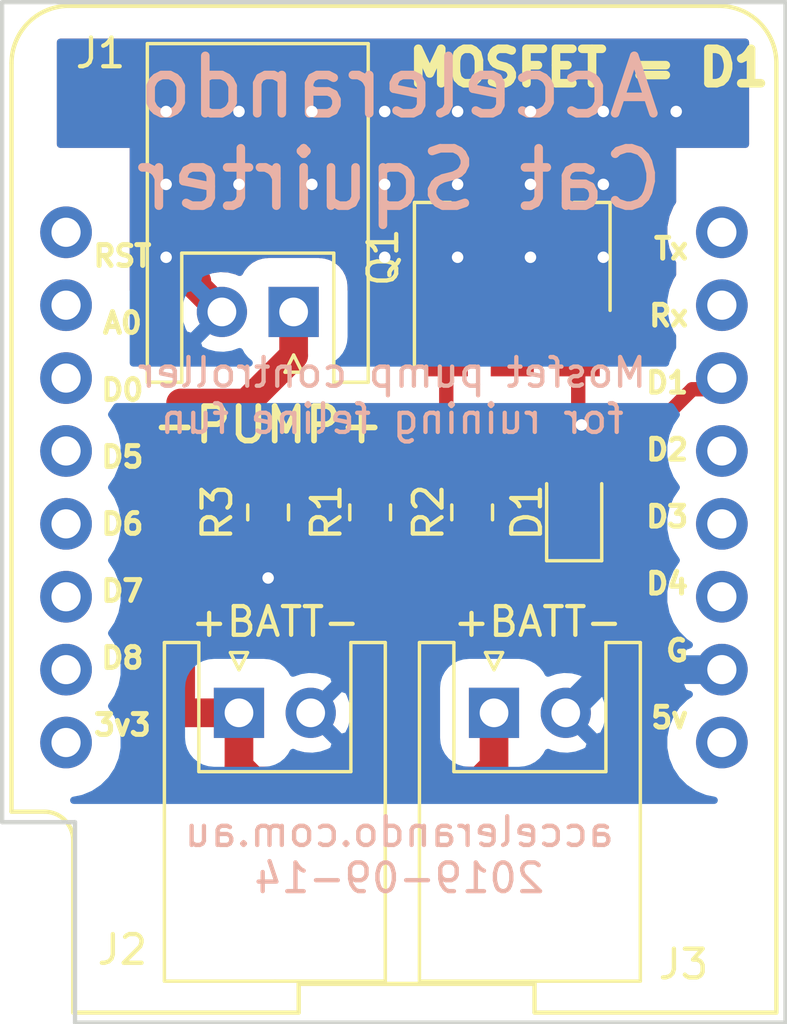
<source format=kicad_pcb>
(kicad_pcb (version 20171130) (host pcbnew "(5.1.4-0-10_14)")

  (general
    (thickness 1.6)
    (drawings 15)
    (tracks 63)
    (zones 0)
    (modules 9)
    (nets 7)
  )

  (page A4)
  (layers
    (0 F.Cu signal)
    (31 B.Cu signal)
    (32 B.Adhes user hide)
    (33 F.Adhes user hide)
    (34 B.Paste user hide)
    (35 F.Paste user hide)
    (36 B.SilkS user hide)
    (37 F.SilkS user)
    (38 B.Mask user hide)
    (39 F.Mask user hide)
    (40 Dwgs.User user hide)
    (41 Cmts.User user hide)
    (42 Eco1.User user hide)
    (43 Eco2.User user hide)
    (44 Edge.Cuts user)
    (45 Margin user)
    (46 B.CrtYd user hide)
    (47 F.CrtYd user hide)
    (48 B.Fab user hide)
    (49 F.Fab user hide)
  )

  (setup
    (last_trace_width 1)
    (user_trace_width 0.5)
    (trace_clearance 1)
    (zone_clearance 0.508)
    (zone_45_only no)
    (trace_min 0.2)
    (via_size 0.8)
    (via_drill 0.4)
    (via_min_size 0.4)
    (via_min_drill 0.3)
    (uvia_size 0.3)
    (uvia_drill 0.1)
    (uvias_allowed no)
    (uvia_min_size 0.2)
    (uvia_min_drill 0.1)
    (edge_width 0.15)
    (segment_width 0.2)
    (pcb_text_width 0.3)
    (pcb_text_size 1.5 1.5)
    (mod_edge_width 0.15)
    (mod_text_size 1 1)
    (mod_text_width 0.15)
    (pad_size 1.75 1.75)
    (pad_drill 1)
    (pad_to_mask_clearance 0.2)
    (solder_mask_min_width 0.25)
    (aux_axis_origin 0 0)
    (visible_elements FFFFFF7F)
    (pcbplotparams
      (layerselection 0x01000_fffffffe)
      (usegerberextensions false)
      (usegerberattributes false)
      (usegerberadvancedattributes false)
      (creategerberjobfile false)
      (excludeedgelayer true)
      (linewidth 0.100000)
      (plotframeref false)
      (viasonmask false)
      (mode 1)
      (useauxorigin false)
      (hpglpennumber 1)
      (hpglpenspeed 20)
      (hpglpendiameter 15.000000)
      (psnegative false)
      (psa4output false)
      (plotreference true)
      (plotvalue true)
      (plotinvisibletext false)
      (padsonsilk false)
      (subtractmaskfromsilk false)
      (outputformat 1)
      (mirror false)
      (drillshape 0)
      (scaleselection 1)
      (outputdirectory "gerbers"))
  )

  (net 0 "")
  (net 1 GND)
  (net 2 /DRAIN)
  (net 3 /BATT+)
  (net 4 /D1)
  (net 5 "Net-(D1-Pad1)")
  (net 6 /GATE)

  (net_class Default "This is the default net class."
    (clearance 1)
    (trace_width 1)
    (via_dia 0.8)
    (via_drill 0.4)
    (uvia_dia 0.3)
    (uvia_drill 0.1)
    (add_net /BATT+)
    (add_net /D1)
    (add_net /DRAIN)
    (add_net /GATE)
    (add_net GND)
    (add_net "Net-(D1-Pad1)")
    (add_net "Net-(U1-Pad1)")
    (add_net "Net-(U1-Pad10)")
    (add_net "Net-(U1-Pad11)")
    (add_net "Net-(U1-Pad12)")
    (add_net "Net-(U1-Pad13)")
    (add_net "Net-(U1-Pad14)")
    (add_net "Net-(U1-Pad15)")
    (add_net "Net-(U1-Pad16)")
    (add_net "Net-(U1-Pad3)")
    (add_net "Net-(U1-Pad4)")
    (add_net "Net-(U1-Pad5)")
    (add_net "Net-(U1-Pad7)")
    (add_net "Net-(U1-Pad8)")
    (add_net "Net-(U1-Pad9)")
  )

  (module Resistor_SMD:R_0805_2012Metric (layer F.Cu) (tedit 5B36C52B) (tstamp 5D7CD66C)
    (at 140.208 110.49 270)
    (descr "Resistor SMD 0805 (2012 Metric), square (rectangular) end terminal, IPC_7351 nominal, (Body size source: https://docs.google.com/spreadsheets/d/1BsfQQcO9C6DZCsRaXUlFlo91Tg2WpOkGARC1WS5S8t0/edit?usp=sharing), generated with kicad-footprint-generator")
    (tags resistor)
    (path /5DB78C00)
    (attr smd)
    (fp_text reference R2 (at 0 1.524 90) (layer F.SilkS)
      (effects (font (size 1 1) (thickness 0.15)))
    )
    (fp_text value 220R (at 0 1.65 90) (layer F.Fab)
      (effects (font (size 1 1) (thickness 0.15)))
    )
    (fp_text user %R (at 0 0 90) (layer F.Fab)
      (effects (font (size 0.5 0.5) (thickness 0.08)))
    )
    (fp_line (start 1.68 0.95) (end -1.68 0.95) (layer F.CrtYd) (width 0.05))
    (fp_line (start 1.68 -0.95) (end 1.68 0.95) (layer F.CrtYd) (width 0.05))
    (fp_line (start -1.68 -0.95) (end 1.68 -0.95) (layer F.CrtYd) (width 0.05))
    (fp_line (start -1.68 0.95) (end -1.68 -0.95) (layer F.CrtYd) (width 0.05))
    (fp_line (start -0.258578 0.71) (end 0.258578 0.71) (layer F.SilkS) (width 0.12))
    (fp_line (start -0.258578 -0.71) (end 0.258578 -0.71) (layer F.SilkS) (width 0.12))
    (fp_line (start 1 0.6) (end -1 0.6) (layer F.Fab) (width 0.1))
    (fp_line (start 1 -0.6) (end 1 0.6) (layer F.Fab) (width 0.1))
    (fp_line (start -1 -0.6) (end 1 -0.6) (layer F.Fab) (width 0.1))
    (fp_line (start -1 0.6) (end -1 -0.6) (layer F.Fab) (width 0.1))
    (pad 2 smd roundrect (at 0.9375 0 270) (size 0.975 1.4) (layers F.Cu F.Paste F.Mask) (roundrect_rratio 0.25)
      (net 5 "Net-(D1-Pad1)"))
    (pad 1 smd roundrect (at -0.9375 0 270) (size 0.975 1.4) (layers F.Cu F.Paste F.Mask) (roundrect_rratio 0.25)
      (net 1 GND))
    (model ${KISYS3DMOD}/Resistor_SMD.3dshapes/R_0805_2012Metric.wrl
      (at (xyz 0 0 0))
      (scale (xyz 1 1 1))
      (rotate (xyz 0 0 0))
    )
  )

  (module TO_SOT_Packages_SMD:SOT-223 (layer F.Cu) (tedit 5D7C5FDD) (tstamp 5D74C0DC)
    (at 141.605 101.6 90)
    (descr "module CMS SOT223 4 pins")
    (tags "CMS SOT")
    (path /5D74E2AF)
    (attr smd)
    (fp_text reference Q1 (at 0 -4.5 270) (layer F.SilkS)
      (effects (font (size 1 1) (thickness 0.15)))
    )
    (fp_text value LL014N (at 0 4.5 270) (layer F.Fab)
      (effects (font (size 1 1) (thickness 0.15)))
    )
    (fp_line (start 1.85 -3.35) (end 1.85 3.35) (layer F.Fab) (width 0.1))
    (fp_line (start -1.85 3.35) (end 1.85 3.35) (layer F.Fab) (width 0.1))
    (fp_line (start -4.1 -3.41) (end 1.91 -3.41) (layer F.SilkS) (width 0.12))
    (fp_line (start -0.8 -3.35) (end 1.85 -3.35) (layer F.Fab) (width 0.1))
    (fp_line (start -1.85 3.41) (end 1.91 3.41) (layer F.SilkS) (width 0.12))
    (fp_line (start -1.85 -2.3) (end -1.85 3.35) (layer F.Fab) (width 0.1))
    (fp_line (start -4.4 -3.6) (end -4.4 3.6) (layer F.CrtYd) (width 0.05))
    (fp_line (start -4.4 3.6) (end 4.4 3.6) (layer F.CrtYd) (width 0.05))
    (fp_line (start 4.4 3.6) (end 4.4 -3.6) (layer F.CrtYd) (width 0.05))
    (fp_line (start 4.4 -3.6) (end -4.4 -3.6) (layer F.CrtYd) (width 0.05))
    (fp_line (start 1.91 -3.41) (end 1.91 -2.15) (layer F.SilkS) (width 0.12))
    (fp_line (start 1.91 3.41) (end 1.91 2.15) (layer F.SilkS) (width 0.12))
    (fp_line (start -1.85 -2.3) (end -0.8 -3.35) (layer F.Fab) (width 0.1))
    (fp_text user %R (at 0 0) (layer F.Fab)
      (effects (font (size 0.8 0.8) (thickness 0.12)))
    )
    (pad 1 smd rect (at -3.15 -2.3 90) (size 2 1.5) (layers F.Cu F.Paste F.Mask)
      (net 6 /GATE))
    (pad 3 smd rect (at -3.15 2.3 90) (size 2 1.5) (layers F.Cu F.Paste F.Mask)
      (net 1 GND))
    (pad 2 smd rect (at -3.15 0 90) (size 2 1.5) (layers F.Cu F.Paste F.Mask)
      (net 2 /DRAIN))
    (pad 4 smd rect (at 3.15 0 90) (size 2 3.8) (layers F.Cu F.Paste F.Mask)
      (net 2 /DRAIN))
    (model ${KISYS3DMOD}/TO_SOT_Packages_SMD.3dshapes/SOT-223.wrl
      (at (xyz 0 0 0))
      (scale (xyz 1 1 1))
      (rotate (xyz 0 0 0))
    )
  )

  (module Connectors_JST:JST_XH_S02B-XH-A_02x2.50mm_Angled (layer F.Cu) (tedit 5D7C634D) (tstamp 5D74CE34)
    (at 133.985 103.505 180)
    (descr "JST XH series connector, S02B-XH-A, side entry type, through hole")
    (tags "connector jst xh tht side horizontal angled 2.50mm")
    (path /5D74E6E7)
    (fp_text reference J1 (at 6.731 9.017) (layer F.SilkS)
      (effects (font (size 1 1) (thickness 0.15)))
    )
    (fp_text value Pump (at 1.25 10.3) (layer F.Fab)
      (effects (font (size 1 1) (thickness 0.15)))
    )
    (fp_text user %R (at 1.25 2.25) (layer F.Fab)
      (effects (font (size 1 1) (thickness 0.15)))
    )
    (fp_line (start 0.3 -2.1) (end 0 -1.5) (layer F.Fab) (width 0.1))
    (fp_line (start -0.3 -2.1) (end 0.3 -2.1) (layer F.Fab) (width 0.1))
    (fp_line (start 0 -1.5) (end -0.3 -2.1) (layer F.Fab) (width 0.1))
    (fp_line (start 0.3 -2.1) (end 0 -1.5) (layer F.SilkS) (width 0.12))
    (fp_line (start -0.3 -2.1) (end 0.3 -2.1) (layer F.SilkS) (width 0.12))
    (fp_line (start 0 -1.5) (end -0.3 -2.1) (layer F.SilkS) (width 0.12))
    (fp_line (start 2.75 3.45) (end 2.25 3.45) (layer F.Fab) (width 0.1))
    (fp_line (start 2.75 8.7) (end 2.75 3.45) (layer F.Fab) (width 0.1))
    (fp_line (start 2.25 8.7) (end 2.75 8.7) (layer F.Fab) (width 0.1))
    (fp_line (start 2.25 3.45) (end 2.25 8.7) (layer F.Fab) (width 0.1))
    (fp_line (start 0.25 3.45) (end -0.25 3.45) (layer F.Fab) (width 0.1))
    (fp_line (start 0.25 8.7) (end 0.25 3.45) (layer F.Fab) (width 0.1))
    (fp_line (start -0.25 8.7) (end 0.25 8.7) (layer F.Fab) (width 0.1))
    (fp_line (start -0.25 3.45) (end -0.25 8.7) (layer F.Fab) (width 0.1))
    (fp_line (start 3.9 2.05) (end 1.25 2.05) (layer F.SilkS) (width 0.12))
    (fp_line (start 3.9 -2.45) (end 3.9 2.05) (layer F.SilkS) (width 0.12))
    (fp_line (start 5.1 -2.45) (end 3.9 -2.45) (layer F.SilkS) (width 0.12))
    (fp_line (start 5.1 9.35) (end 5.1 -2.45) (layer F.SilkS) (width 0.12))
    (fp_line (start 1.25 9.35) (end 5.1 9.35) (layer F.SilkS) (width 0.12))
    (fp_line (start -1.4 2.05) (end 1.25 2.05) (layer F.SilkS) (width 0.12))
    (fp_line (start -1.4 -2.45) (end -1.4 2.05) (layer F.SilkS) (width 0.12))
    (fp_line (start -2.6 -2.45) (end -1.4 -2.45) (layer F.SilkS) (width 0.12))
    (fp_line (start -2.6 9.35) (end -2.6 -2.45) (layer F.SilkS) (width 0.12))
    (fp_line (start 1.25 9.35) (end -2.6 9.35) (layer F.SilkS) (width 0.12))
    (fp_line (start 5.45 -2.8) (end -2.95 -2.8) (layer F.CrtYd) (width 0.05))
    (fp_line (start 5.45 9.7) (end 5.45 -2.8) (layer F.CrtYd) (width 0.05))
    (fp_line (start -2.95 9.7) (end 5.45 9.7) (layer F.CrtYd) (width 0.05))
    (fp_line (start -2.95 -2.8) (end -2.95 9.7) (layer F.CrtYd) (width 0.05))
    (fp_line (start 4.95 -2.3) (end -2.45 -2.3) (layer F.Fab) (width 0.1))
    (fp_line (start 4.95 9.2) (end 4.95 -2.3) (layer F.Fab) (width 0.1))
    (fp_line (start -2.45 9.2) (end 4.95 9.2) (layer F.Fab) (width 0.1))
    (fp_line (start -2.45 -2.3) (end -2.45 9.2) (layer F.Fab) (width 0.1))
    (pad 2 thru_hole circle (at 2.5 0 180) (size 1.75 1.75) (drill 1) (layers *.Cu *.Mask)
      (net 2 /DRAIN))
    (pad 1 thru_hole rect (at 0 0 180) (size 1.75 1.75) (drill 1) (layers *.Cu *.Mask)
      (net 3 /BATT+))
    (model Connectors_JST.3dshapes/JST_XH_S02B-XH-A_02x2.50mm_Angled.wrl
      (at (xyz 0 0 0))
      (scale (xyz 1 1 1))
      (rotate (xyz 0 0 0))
    )
  )

  (module Connectors_JST:JST_XH_S02B-XH-A_02x2.50mm_Angled (layer F.Cu) (tedit 5D7C6367) (tstamp 5D74C0C6)
    (at 140.97 117.475)
    (descr "JST XH series connector, S02B-XH-A, side entry type, through hole")
    (tags "connector jst xh tht side horizontal angled 2.50mm")
    (path /5D74E57B)
    (fp_text reference J3 (at 6.604 8.763) (layer F.SilkS)
      (effects (font (size 1 1) (thickness 0.15)))
    )
    (fp_text value "Batt Out" (at 1.25 10.3) (layer F.Fab)
      (effects (font (size 1 1) (thickness 0.15)))
    )
    (fp_line (start -2.45 -2.3) (end -2.45 9.2) (layer F.Fab) (width 0.1))
    (fp_line (start -2.45 9.2) (end 4.95 9.2) (layer F.Fab) (width 0.1))
    (fp_line (start 4.95 9.2) (end 4.95 -2.3) (layer F.Fab) (width 0.1))
    (fp_line (start 4.95 -2.3) (end -2.45 -2.3) (layer F.Fab) (width 0.1))
    (fp_line (start -2.95 -2.8) (end -2.95 9.7) (layer F.CrtYd) (width 0.05))
    (fp_line (start -2.95 9.7) (end 5.45 9.7) (layer F.CrtYd) (width 0.05))
    (fp_line (start 5.45 9.7) (end 5.45 -2.8) (layer F.CrtYd) (width 0.05))
    (fp_line (start 5.45 -2.8) (end -2.95 -2.8) (layer F.CrtYd) (width 0.05))
    (fp_line (start 1.25 9.35) (end -2.6 9.35) (layer F.SilkS) (width 0.12))
    (fp_line (start -2.6 9.35) (end -2.6 -2.45) (layer F.SilkS) (width 0.12))
    (fp_line (start -2.6 -2.45) (end -1.4 -2.45) (layer F.SilkS) (width 0.12))
    (fp_line (start -1.4 -2.45) (end -1.4 2.05) (layer F.SilkS) (width 0.12))
    (fp_line (start -1.4 2.05) (end 1.25 2.05) (layer F.SilkS) (width 0.12))
    (fp_line (start 1.25 9.35) (end 5.1 9.35) (layer F.SilkS) (width 0.12))
    (fp_line (start 5.1 9.35) (end 5.1 -2.45) (layer F.SilkS) (width 0.12))
    (fp_line (start 5.1 -2.45) (end 3.9 -2.45) (layer F.SilkS) (width 0.12))
    (fp_line (start 3.9 -2.45) (end 3.9 2.05) (layer F.SilkS) (width 0.12))
    (fp_line (start 3.9 2.05) (end 1.25 2.05) (layer F.SilkS) (width 0.12))
    (fp_line (start -0.25 3.45) (end -0.25 8.7) (layer F.Fab) (width 0.1))
    (fp_line (start -0.25 8.7) (end 0.25 8.7) (layer F.Fab) (width 0.1))
    (fp_line (start 0.25 8.7) (end 0.25 3.45) (layer F.Fab) (width 0.1))
    (fp_line (start 0.25 3.45) (end -0.25 3.45) (layer F.Fab) (width 0.1))
    (fp_line (start 2.25 3.45) (end 2.25 8.7) (layer F.Fab) (width 0.1))
    (fp_line (start 2.25 8.7) (end 2.75 8.7) (layer F.Fab) (width 0.1))
    (fp_line (start 2.75 8.7) (end 2.75 3.45) (layer F.Fab) (width 0.1))
    (fp_line (start 2.75 3.45) (end 2.25 3.45) (layer F.Fab) (width 0.1))
    (fp_line (start 0 -1.5) (end -0.3 -2.1) (layer F.SilkS) (width 0.12))
    (fp_line (start -0.3 -2.1) (end 0.3 -2.1) (layer F.SilkS) (width 0.12))
    (fp_line (start 0.3 -2.1) (end 0 -1.5) (layer F.SilkS) (width 0.12))
    (fp_line (start 0 -1.5) (end -0.3 -2.1) (layer F.Fab) (width 0.1))
    (fp_line (start -0.3 -2.1) (end 0.3 -2.1) (layer F.Fab) (width 0.1))
    (fp_line (start 0.3 -2.1) (end 0 -1.5) (layer F.Fab) (width 0.1))
    (fp_text user %R (at 1.25 2.25) (layer F.Fab)
      (effects (font (size 1 1) (thickness 0.15)))
    )
    (pad 1 thru_hole rect (at 0 0) (size 1.75 1.75) (drill 1) (layers *.Cu *.Mask)
      (net 3 /BATT+))
    (pad 2 thru_hole circle (at 2.5 0) (size 1.75 1.75) (drill 1) (layers *.Cu *.Mask)
      (net 1 GND))
    (model Connectors_JST.3dshapes/JST_XH_S02B-XH-A_02x2.50mm_Angled.wrl
      (at (xyz 0 0 0))
      (scale (xyz 1 1 1))
      (rotate (xyz 0 0 0))
    )
  )

  (module Resistor_SMD:R_0805_2012Metric (layer F.Cu) (tedit 5B36C52B) (tstamp 5D7CA4CD)
    (at 133.096 110.49 270)
    (descr "Resistor SMD 0805 (2012 Metric), square (rectangular) end terminal, IPC_7351 nominal, (Body size source: https://docs.google.com/spreadsheets/d/1BsfQQcO9C6DZCsRaXUlFlo91Tg2WpOkGARC1WS5S8t0/edit?usp=sharing), generated with kicad-footprint-generator")
    (tags resistor)
    (path /5D751BFC)
    (attr smd)
    (fp_text reference R3 (at 0 1.778 90) (layer F.SilkS)
      (effects (font (size 1 1) (thickness 0.15)))
    )
    (fp_text value 10k (at 0 1.65 90) (layer F.Fab)
      (effects (font (size 1 1) (thickness 0.15)))
    )
    (fp_text user %R (at 0 0 90) (layer F.Fab)
      (effects (font (size 0.5 0.5) (thickness 0.08)))
    )
    (fp_line (start 1.68 0.95) (end -1.68 0.95) (layer F.CrtYd) (width 0.05))
    (fp_line (start 1.68 -0.95) (end 1.68 0.95) (layer F.CrtYd) (width 0.05))
    (fp_line (start -1.68 -0.95) (end 1.68 -0.95) (layer F.CrtYd) (width 0.05))
    (fp_line (start -1.68 0.95) (end -1.68 -0.95) (layer F.CrtYd) (width 0.05))
    (fp_line (start -0.258578 0.71) (end 0.258578 0.71) (layer F.SilkS) (width 0.12))
    (fp_line (start -0.258578 -0.71) (end 0.258578 -0.71) (layer F.SilkS) (width 0.12))
    (fp_line (start 1 0.6) (end -1 0.6) (layer F.Fab) (width 0.1))
    (fp_line (start 1 -0.6) (end 1 0.6) (layer F.Fab) (width 0.1))
    (fp_line (start -1 -0.6) (end 1 -0.6) (layer F.Fab) (width 0.1))
    (fp_line (start -1 0.6) (end -1 -0.6) (layer F.Fab) (width 0.1))
    (pad 2 smd roundrect (at 0.9375 0 270) (size 0.975 1.4) (layers F.Cu F.Paste F.Mask) (roundrect_rratio 0.25)
      (net 1 GND))
    (pad 1 smd roundrect (at -0.9375 0 270) (size 0.975 1.4) (layers F.Cu F.Paste F.Mask) (roundrect_rratio 0.25)
      (net 6 /GATE))
    (model ${KISYS3DMOD}/Resistor_SMD.3dshapes/R_0805_2012Metric.wrl
      (at (xyz 0 0 0))
      (scale (xyz 1 1 1))
      (rotate (xyz 0 0 0))
    )
  )

  (module Resistor_SMD:R_0805_2012Metric (layer F.Cu) (tedit 5B36C52B) (tstamp 5D7CA98C)
    (at 136.652 110.49 270)
    (descr "Resistor SMD 0805 (2012 Metric), square (rectangular) end terminal, IPC_7351 nominal, (Body size source: https://docs.google.com/spreadsheets/d/1BsfQQcO9C6DZCsRaXUlFlo91Tg2WpOkGARC1WS5S8t0/edit?usp=sharing), generated with kicad-footprint-generator")
    (tags resistor)
    (path /5DB71BC0)
    (attr smd)
    (fp_text reference R1 (at 0 1.524 90) (layer F.SilkS)
      (effects (font (size 1 1) (thickness 0.15)))
    )
    (fp_text value 1k (at 0 1.65 90) (layer F.Fab)
      (effects (font (size 1 1) (thickness 0.15)))
    )
    (fp_text user %R (at 0 0 90) (layer F.Fab)
      (effects (font (size 0.5 0.5) (thickness 0.08)))
    )
    (fp_line (start 1.68 0.95) (end -1.68 0.95) (layer F.CrtYd) (width 0.05))
    (fp_line (start 1.68 -0.95) (end 1.68 0.95) (layer F.CrtYd) (width 0.05))
    (fp_line (start -1.68 -0.95) (end 1.68 -0.95) (layer F.CrtYd) (width 0.05))
    (fp_line (start -1.68 0.95) (end -1.68 -0.95) (layer F.CrtYd) (width 0.05))
    (fp_line (start -0.258578 0.71) (end 0.258578 0.71) (layer F.SilkS) (width 0.12))
    (fp_line (start -0.258578 -0.71) (end 0.258578 -0.71) (layer F.SilkS) (width 0.12))
    (fp_line (start 1 0.6) (end -1 0.6) (layer F.Fab) (width 0.1))
    (fp_line (start 1 -0.6) (end 1 0.6) (layer F.Fab) (width 0.1))
    (fp_line (start -1 -0.6) (end 1 -0.6) (layer F.Fab) (width 0.1))
    (fp_line (start -1 0.6) (end -1 -0.6) (layer F.Fab) (width 0.1))
    (pad 2 smd roundrect (at 0.9375 0 270) (size 0.975 1.4) (layers F.Cu F.Paste F.Mask) (roundrect_rratio 0.25)
      (net 4 /D1))
    (pad 1 smd roundrect (at -0.9375 0 270) (size 0.975 1.4) (layers F.Cu F.Paste F.Mask) (roundrect_rratio 0.25)
      (net 6 /GATE))
    (model ${KISYS3DMOD}/Resistor_SMD.3dshapes/R_0805_2012Metric.wrl
      (at (xyz 0 0 0))
      (scale (xyz 1 1 1))
      (rotate (xyz 0 0 0))
    )
  )

  (module LED_SMD:LED_0805_2012Metric (layer F.Cu) (tedit 5B36C52C) (tstamp 5D7CA3D9)
    (at 143.764 110.49 90)
    (descr "LED SMD 0805 (2012 Metric), square (rectangular) end terminal, IPC_7351 nominal, (Body size source: https://docs.google.com/spreadsheets/d/1BsfQQcO9C6DZCsRaXUlFlo91Tg2WpOkGARC1WS5S8t0/edit?usp=sharing), generated with kicad-footprint-generator")
    (tags diode)
    (path /5DB733E6)
    (attr smd)
    (fp_text reference D1 (at 0 -1.65 90) (layer F.SilkS)
      (effects (font (size 1 1) (thickness 0.15)))
    )
    (fp_text value LED_Small (at 0 1.65 90) (layer F.Fab)
      (effects (font (size 1 1) (thickness 0.15)))
    )
    (fp_text user %R (at 0 0 90) (layer F.Fab)
      (effects (font (size 0.5 0.5) (thickness 0.08)))
    )
    (fp_line (start 1.68 0.95) (end -1.68 0.95) (layer F.CrtYd) (width 0.05))
    (fp_line (start 1.68 -0.95) (end 1.68 0.95) (layer F.CrtYd) (width 0.05))
    (fp_line (start -1.68 -0.95) (end 1.68 -0.95) (layer F.CrtYd) (width 0.05))
    (fp_line (start -1.68 0.95) (end -1.68 -0.95) (layer F.CrtYd) (width 0.05))
    (fp_line (start -1.685 0.96) (end 1 0.96) (layer F.SilkS) (width 0.12))
    (fp_line (start -1.685 -0.96) (end -1.685 0.96) (layer F.SilkS) (width 0.12))
    (fp_line (start 1 -0.96) (end -1.685 -0.96) (layer F.SilkS) (width 0.12))
    (fp_line (start 1 0.6) (end 1 -0.6) (layer F.Fab) (width 0.1))
    (fp_line (start -1 0.6) (end 1 0.6) (layer F.Fab) (width 0.1))
    (fp_line (start -1 -0.3) (end -1 0.6) (layer F.Fab) (width 0.1))
    (fp_line (start -0.7 -0.6) (end -1 -0.3) (layer F.Fab) (width 0.1))
    (fp_line (start 1 -0.6) (end -0.7 -0.6) (layer F.Fab) (width 0.1))
    (pad 2 smd roundrect (at 0.9375 0 90) (size 0.975 1.4) (layers F.Cu F.Paste F.Mask) (roundrect_rratio 0.25)
      (net 4 /D1))
    (pad 1 smd roundrect (at -0.9375 0 90) (size 0.975 1.4) (layers F.Cu F.Paste F.Mask) (roundrect_rratio 0.25)
      (net 5 "Net-(D1-Pad1)"))
    (model ${KISYS3DMOD}/LED_SMD.3dshapes/LED_0805_2012Metric.wrl
      (at (xyz 0 0 0))
      (scale (xyz 1 1 1))
      (rotate (xyz 0 0 0))
    )
  )

  (module wemos:wemos-d1-mini-connectors-only (layer F.Cu) (tedit 58B56BF5) (tstamp 5D74C118)
    (at 137.481805 109.619629 90)
    (path /5B792A1C)
    (fp_text reference U1 (at -19.3 0 180) (layer F.SilkS) hide
      (effects (font (size 1 1) (thickness 0.15)))
    )
    (fp_text value WeMos_mini (at 0 0 90) (layer F.Fab)
      (effects (font (size 1 1) (thickness 0.15)))
    )
    (fp_line (start -18.3 13.33) (end 14.78 13.33) (layer F.SilkS) (width 0.15))
    (fp_line (start 16.78 11.33) (end 16.78 -11.33) (layer F.SilkS) (width 0.15))
    (fp_line (start 14.78 -13.33) (end -11.3 -13.33) (layer F.SilkS) (width 0.15))
    (fp_line (start -18.3 -11.18) (end -18.3 -3.32) (layer F.SilkS) (width 0.15))
    (fp_line (start -18.3 -3.32) (end -17.3 -3.32) (layer F.SilkS) (width 0.15))
    (fp_line (start -17.3 -3.32) (end -17.3 4.9) (layer F.SilkS) (width 0.15))
    (fp_line (start -17.3 4.9) (end -18.3 4.9) (layer F.SilkS) (width 0.15))
    (fp_line (start -18.3 4.9) (end -18.3 13.329999) (layer F.SilkS) (width 0.15))
    (fp_line (start -11.48 -13.5) (end 14.85 -13.5) (layer F.CrtYd) (width 0.05))
    (fp_line (start 16.94 -11.5) (end 16.94 11.5) (layer F.CrtYd) (width 0.05))
    (fp_line (start 14.94 13.5) (end -18.46 13.5) (layer F.CrtYd) (width 0.05))
    (fp_line (start -18.46 13.5) (end -18.46 -11.33) (layer F.CrtYd) (width 0.05))
    (fp_arc (start 14.78 -11.33) (end 14.78 -13.33) (angle 90) (layer F.SilkS) (width 0.15))
    (fp_arc (start 14.78 11.33) (end 16.78 11.33) (angle 90) (layer F.SilkS) (width 0.15))
    (fp_arc (start 14.94 11.5) (end 16.94 11.5) (angle 90) (layer F.CrtYd) (width 0.05))
    (fp_arc (start 14.94 -11.5) (end 14.85 -13.5) (angle 92.57657183) (layer F.CrtYd) (width 0.05))
    (fp_line (start -18.3 -11.18) (end -12.3 -11.18) (layer F.SilkS) (width 0.15))
    (fp_arc (start -12.3 -12.18) (end -11.3 -12.18) (angle 90) (layer F.SilkS) (width 0.15))
    (fp_line (start -11.3 -12.17) (end -11.3 -13.33) (layer F.SilkS) (width 0.15))
    (fp_line (start -11.3 -13.33) (end -11.3 -13.33) (layer F.SilkS) (width 0.15))
    (fp_line (start -11.48 -13.5) (end -11.48 -12.33) (layer F.CrtYd) (width 0.05))
    (fp_line (start -18.46 -11.33) (end -12.48 -11.33) (layer F.CrtYd) (width 0.05))
    (fp_arc (start -12.48 -12.33) (end -11.48 -12.33) (angle 90) (layer F.CrtYd) (width 0.05))
    (pad 16 thru_hole circle (at -8.89 -11.43 90) (size 1.8 1.8) (drill 1.016) (layers *.Cu *.Mask))
    (pad 1 thru_hole circle (at -8.89 11.43 90) (size 1.8 1.8) (drill 1.016) (layers *.Cu *.Mask))
    (pad 15 thru_hole circle (at -6.35 -11.43 90) (size 1.8 1.8) (drill 1.016) (layers *.Cu *.Mask))
    (pad 2 thru_hole circle (at -6.35 11.43 90) (size 1.8 1.8) (drill 1.016) (layers *.Cu *.Mask)
      (net 1 GND))
    (pad 14 thru_hole circle (at -3.81 -11.43 90) (size 1.8 1.8) (drill 1.016) (layers *.Cu *.Mask))
    (pad 3 thru_hole circle (at -3.81 11.43 90) (size 1.8 1.8) (drill 1.016) (layers *.Cu *.Mask))
    (pad 13 thru_hole circle (at -1.27 -11.43 90) (size 1.8 1.8) (drill 1.016) (layers *.Cu *.Mask))
    (pad 4 thru_hole circle (at -1.27 11.43 90) (size 1.8 1.8) (drill 1.016) (layers *.Cu *.Mask))
    (pad 12 thru_hole circle (at 1.27 -11.43 90) (size 1.8 1.8) (drill 1.016) (layers *.Cu *.Mask))
    (pad 5 thru_hole circle (at 1.27 11.43 90) (size 1.8 1.8) (drill 1.016) (layers *.Cu *.Mask))
    (pad 11 thru_hole circle (at 3.81 -11.43 90) (size 1.8 1.8) (drill 1.016) (layers *.Cu *.Mask))
    (pad 6 thru_hole circle (at 3.81 11.43 90) (size 1.8 1.8) (drill 1.016) (layers *.Cu *.Mask)
      (net 4 /D1))
    (pad 10 thru_hole circle (at 6.35 -11.43 90) (size 1.8 1.8) (drill 1.016) (layers *.Cu *.Mask))
    (pad 7 thru_hole circle (at 6.35 11.43 90) (size 1.8 1.8) (drill 1.016) (layers *.Cu *.Mask))
    (pad 9 thru_hole circle (at 8.89 -11.43 90) (size 1.8 1.8) (drill 1.016) (layers *.Cu *.Mask))
    (pad 8 thru_hole circle (at 8.89 11.43 90) (size 1.8 1.8) (drill 1.016) (layers *.Cu *.Mask))
    (model ${KIPRJMOD}/3dshapes/wemos_d1_mini.3dshapes/SLW-108-01-G-S.wrl
      (offset (xyz 0 -11.39999982878918 0))
      (scale (xyz 0.3937 0.3937 0.3937))
      (rotate (xyz -90 0 0))
    )
    (model ${KIPRJMOD}/3dshapes/wemos_d1_mini.3dshapes/SLW-108-01-G-S.wrl
      (offset (xyz 0 11.39999982878918 0))
      (scale (xyz 0.3937 0.3937 0.3937))
      (rotate (xyz -90 0 0))
    )
    (model ${KIPRJMOD}/3dshapes/wemos_d1_mini.3dshapes/TSW-108-05-G-S.wrl
      (offset (xyz 0 -11.39999982878918 7.299999890364999))
      (scale (xyz 0.3937 0.3937 0.3937))
      (rotate (xyz 90 0 0))
    )
    (model ${KIPRJMOD}/3dshapes/wemos_d1_mini.3dshapes/TSW-108-05-G-S.wrl
      (offset (xyz 0 11.39999982878918 7.299999890364999))
      (scale (xyz 0.3937 0.3937 0.3937))
      (rotate (xyz 90 0 0))
    )
  )

  (module Connectors_JST:JST_XH_S02B-XH-A_02x2.50mm_Angled (layer F.Cu) (tedit 5D7C6359) (tstamp 5D74D202)
    (at 132.08 117.475)
    (descr "JST XH series connector, S02B-XH-A, side entry type, through hole")
    (tags "connector jst xh tht side horizontal angled 2.50mm")
    (path /5D74E450)
    (fp_text reference J2 (at -4.064 8.255 180) (layer F.SilkS)
      (effects (font (size 1 1) (thickness 0.15)))
    )
    (fp_text value Batt (at 1.25 10.3 180) (layer F.Fab)
      (effects (font (size 1 1) (thickness 0.15)))
    )
    (fp_text user %R (at 1.25 2.25 180) (layer F.Fab)
      (effects (font (size 1 1) (thickness 0.15)))
    )
    (fp_line (start 0.3 -2.1) (end 0 -1.5) (layer F.Fab) (width 0.1))
    (fp_line (start -0.3 -2.1) (end 0.3 -2.1) (layer F.Fab) (width 0.1))
    (fp_line (start 0 -1.5) (end -0.3 -2.1) (layer F.Fab) (width 0.1))
    (fp_line (start 0.3 -2.1) (end 0 -1.5) (layer F.SilkS) (width 0.12))
    (fp_line (start -0.3 -2.1) (end 0.3 -2.1) (layer F.SilkS) (width 0.12))
    (fp_line (start 0 -1.5) (end -0.3 -2.1) (layer F.SilkS) (width 0.12))
    (fp_line (start 2.75 3.45) (end 2.25 3.45) (layer F.Fab) (width 0.1))
    (fp_line (start 2.75 8.7) (end 2.75 3.45) (layer F.Fab) (width 0.1))
    (fp_line (start 2.25 8.7) (end 2.75 8.7) (layer F.Fab) (width 0.1))
    (fp_line (start 2.25 3.45) (end 2.25 8.7) (layer F.Fab) (width 0.1))
    (fp_line (start 0.25 3.45) (end -0.25 3.45) (layer F.Fab) (width 0.1))
    (fp_line (start 0.25 8.7) (end 0.25 3.45) (layer F.Fab) (width 0.1))
    (fp_line (start -0.25 8.7) (end 0.25 8.7) (layer F.Fab) (width 0.1))
    (fp_line (start -0.25 3.45) (end -0.25 8.7) (layer F.Fab) (width 0.1))
    (fp_line (start 3.9 2.05) (end 1.25 2.05) (layer F.SilkS) (width 0.12))
    (fp_line (start 3.9 -2.45) (end 3.9 2.05) (layer F.SilkS) (width 0.12))
    (fp_line (start 5.1 -2.45) (end 3.9 -2.45) (layer F.SilkS) (width 0.12))
    (fp_line (start 5.1 9.35) (end 5.1 -2.45) (layer F.SilkS) (width 0.12))
    (fp_line (start 1.25 9.35) (end 5.1 9.35) (layer F.SilkS) (width 0.12))
    (fp_line (start -1.4 2.05) (end 1.25 2.05) (layer F.SilkS) (width 0.12))
    (fp_line (start -1.4 -2.45) (end -1.4 2.05) (layer F.SilkS) (width 0.12))
    (fp_line (start -2.6 -2.45) (end -1.4 -2.45) (layer F.SilkS) (width 0.12))
    (fp_line (start -2.6 9.35) (end -2.6 -2.45) (layer F.SilkS) (width 0.12))
    (fp_line (start 1.25 9.35) (end -2.6 9.35) (layer F.SilkS) (width 0.12))
    (fp_line (start 5.45 -2.8) (end -2.95 -2.8) (layer F.CrtYd) (width 0.05))
    (fp_line (start 5.45 9.7) (end 5.45 -2.8) (layer F.CrtYd) (width 0.05))
    (fp_line (start -2.95 9.7) (end 5.45 9.7) (layer F.CrtYd) (width 0.05))
    (fp_line (start -2.95 -2.8) (end -2.95 9.7) (layer F.CrtYd) (width 0.05))
    (fp_line (start 4.95 -2.3) (end -2.45 -2.3) (layer F.Fab) (width 0.1))
    (fp_line (start 4.95 9.2) (end 4.95 -2.3) (layer F.Fab) (width 0.1))
    (fp_line (start -2.45 9.2) (end 4.95 9.2) (layer F.Fab) (width 0.1))
    (fp_line (start -2.45 -2.3) (end -2.45 9.2) (layer F.Fab) (width 0.1))
    (pad 2 thru_hole circle (at 2.5 0) (size 1.75 1.75) (drill 1) (layers *.Cu *.Mask)
      (net 1 GND))
    (pad 1 thru_hole rect (at 0 0) (size 1.75 1.75) (drill 1) (layers *.Cu *.Mask)
      (net 3 /BATT+))
    (model Connectors_JST.3dshapes/JST_XH_S02B-XH-A_02x2.50mm_Angled.wrl
      (at (xyz 0 0 0))
      (scale (xyz 1 1 1))
      (rotate (xyz 0 0 0))
    )
  )

  (gr_text +BATT- (at 142.494 114.3) (layer F.SilkS) (tstamp 5D7CDD12)
    (effects (font (size 1 1) (thickness 0.15)))
  )
  (gr_text +BATT- (at 133.35 114.3) (layer F.SilkS)
    (effects (font (size 1 1) (thickness 0.15)))
  )
  (gr_text -PUMP+ (at 133.096 107.442) (layer F.SilkS)
    (effects (font (size 1.2 1.2) (thickness 0.2)))
  )
  (gr_text "accelerando.com.au\n2019-09-14" (at 137.668 122.428) (layer B.SilkS)
    (effects (font (size 1 1) (thickness 0.15)) (justify mirror))
  )
  (gr_text "Mosfet pump controller\nfor ruining feline fun" (at 137.414 106.426) (layer B.SilkS)
    (effects (font (size 1 1) (thickness 0.15)) (justify mirror))
  )
  (gr_text "Accelerando\nCat Squirter" (at 137.668 97.282) (layer B.SilkS)
    (effects (font (size 2 2) (thickness 0.3)) (justify mirror))
  )
  (gr_text "Tx\n\nRx\n\nD1\n\nD2\n\nD3\n\nD4\n\nG\n\n5v" (at 147.828 109.474) (layer F.SilkS) (tstamp 5D7CD48E)
    (effects (font (size 0.725 0.725) (thickness 0.175)) (justify right))
  )
  (gr_text "RST\n\nA0\n\nD0\n\nD5\n\nD6\n\nD7\n\nD8\n\n3v3" (at 128.016 109.728) (layer F.SilkS)
    (effects (font (size 0.725 0.725) (thickness 0.175)))
  )
  (gr_text "MOSFET = D1" (at 144.272 94.996) (layer F.SilkS)
    (effects (font (size 1.2 1.2) (thickness 0.3)))
  )
  (gr_line (start 126.365 128.27) (end 151.13 128.27) (layer Edge.Cuts) (width 0.15))
  (gr_line (start 126.365 121.285) (end 126.365 128.27) (layer Edge.Cuts) (width 0.15))
  (gr_line (start 123.825 121.285) (end 126.365 121.285) (layer Edge.Cuts) (width 0.15))
  (gr_line (start 123.825 92.71) (end 123.825 121.285) (layer Edge.Cuts) (width 0.15))
  (gr_line (start 151.13 92.71) (end 123.825 92.71) (layer Edge.Cuts) (width 0.15))
  (gr_line (start 151.13 128.27) (end 151.13 92.71) (layer Edge.Cuts) (width 0.15))

  (via (at 142.24 99.06) (size 0.8) (drill 0.4) (layers F.Cu B.Cu) (net 2))
  (via (at 144.018 107.442) (size 0.8) (drill 0.4) (layers F.Cu B.Cu) (net 1))
  (segment (start 143.905 107.329) (end 144.018 107.442) (width 0.5) (layer F.Cu) (net 1))
  (segment (start 143.905 104.75) (end 143.905 107.329) (width 0.5) (layer F.Cu) (net 1))
  (via (at 133.096 112.776) (size 0.8) (drill 0.4) (layers F.Cu B.Cu) (net 1))
  (segment (start 140.208 108.965) (end 141.731 107.442) (width 0.5) (layer F.Cu) (net 1))
  (segment (start 143.452315 107.442) (end 144.018 107.442) (width 0.5) (layer F.Cu) (net 1))
  (segment (start 141.731 107.442) (end 143.452315 107.442) (width 0.5) (layer F.Cu) (net 1))
  (segment (start 140.208 109.5525) (end 140.208 108.965) (width 0.5) (layer F.Cu) (net 1))
  (segment (start 133.096 111.4275) (end 133.096 112.776) (width 0.5) (layer F.Cu) (net 1))
  (segment (start 144.975371 115.969629) (end 143.47 117.475) (width 1) (layer B.Cu) (net 1))
  (segment (start 148.911805 115.969629) (end 144.975371 115.969629) (width 1) (layer B.Cu) (net 1))
  (via (at 129.54 96.52) (size 0.8) (drill 0.4) (layers F.Cu B.Cu) (net 2))
  (via (at 132.08 96.52) (size 0.8) (drill 0.4) (layers F.Cu B.Cu) (net 2))
  (via (at 134.62 96.52) (size 0.8) (drill 0.4) (layers F.Cu B.Cu) (net 2))
  (via (at 137.16 96.52) (size 0.8) (drill 0.4) (layers F.Cu B.Cu) (net 2))
  (via (at 139.7 96.52) (size 0.8) (drill 0.4) (layers F.Cu B.Cu) (net 2))
  (via (at 142.24 96.52) (size 0.8) (drill 0.4) (layers F.Cu B.Cu) (net 2))
  (via (at 144.78 96.52) (size 0.8) (drill 0.4) (layers F.Cu B.Cu) (net 2))
  (via (at 147.32 96.52) (size 0.8) (drill 0.4) (layers F.Cu B.Cu) (net 2))
  (via (at 144.78 99.06) (size 0.8) (drill 0.4) (layers F.Cu B.Cu) (net 2))
  (via (at 139.7 99.06) (size 0.8) (drill 0.4) (layers F.Cu B.Cu) (net 2))
  (via (at 137.16 99.06) (size 0.8) (drill 0.4) (layers F.Cu B.Cu) (net 2))
  (via (at 134.62 99.06) (size 0.8) (drill 0.4) (layers F.Cu B.Cu) (net 2))
  (via (at 132.08 99.06) (size 0.8) (drill 0.4) (layers F.Cu B.Cu) (net 2))
  (via (at 129.54 99.06) (size 0.8) (drill 0.4) (layers F.Cu B.Cu) (net 2))
  (via (at 139.7 101.6) (size 0.8) (drill 0.4) (layers F.Cu B.Cu) (net 2))
  (via (at 142.24 101.6) (size 0.8) (drill 0.4) (layers F.Cu B.Cu) (net 2))
  (via (at 144.78 101.6) (size 0.8) (drill 0.4) (layers F.Cu B.Cu) (net 2))
  (via (at 137.16 101.6) (size 0.8) (drill 0.4) (layers F.Cu B.Cu) (net 2))
  (segment (start 130.610001 102.630001) (end 130.610001 102.434999) (width 1) (layer F.Cu) (net 2))
  (segment (start 131.485 103.505) (end 130.610001 102.630001) (width 1) (layer F.Cu) (net 2))
  (segment (start 141.605 104.75) (end 141.605 102.235) (width 1) (layer F.Cu) (net 2))
  (via (at 129.54 101.6) (size 0.8) (drill 0.4) (layers F.Cu B.Cu) (net 2))
  (segment (start 133.985 105.029) (end 132.334 106.68) (width 1) (layer F.Cu) (net 3))
  (segment (start 130.048 117.318) (end 130.205 117.475) (width 1) (layer F.Cu) (net 3))
  (segment (start 130.205 117.475) (end 132.08 117.475) (width 1) (layer F.Cu) (net 3))
  (segment (start 130.048 106.68) (end 130.048 117.318) (width 1) (layer F.Cu) (net 3))
  (segment (start 132.334 106.68) (end 130.048 106.68) (width 1) (layer F.Cu) (net 3))
  (segment (start 133.985 103.505) (end 133.985 105.029) (width 1) (layer F.Cu) (net 3))
  (segment (start 132.580001 119.850001) (end 132.08 119.35) (width 1) (layer F.Cu) (net 3))
  (segment (start 140.469999 119.850001) (end 132.580001 119.850001) (width 1) (layer F.Cu) (net 3))
  (segment (start 132.08 119.35) (end 132.08 117.475) (width 1) (layer F.Cu) (net 3))
  (segment (start 140.97 119.35) (end 140.469999 119.850001) (width 1) (layer F.Cu) (net 3))
  (segment (start 140.97 117.475) (end 140.97 119.35) (width 1) (layer F.Cu) (net 3))
  (segment (start 144.564 109.2985) (end 143.764 109.2985) (width 0.5) (layer F.Cu) (net 4))
  (segment (start 144.701496 109.2985) (end 144.564 109.2985) (width 0.5) (layer F.Cu) (net 4))
  (segment (start 145.71401 110.311014) (end 144.701496 109.2985) (width 0.5) (layer F.Cu) (net 4))
  (segment (start 145.71401 112.035986) (end 145.71401 110.311014) (width 0.5) (layer F.Cu) (net 4))
  (segment (start 137.80201 113.16501) (end 144.584986 113.16501) (width 0.5) (layer F.Cu) (net 4))
  (segment (start 144.584986 113.16501) (end 145.71401 112.035986) (width 0.5) (layer F.Cu) (net 4))
  (segment (start 136.652 112.015) (end 137.80201 113.16501) (width 0.5) (layer F.Cu) (net 4))
  (segment (start 136.652 111.4275) (end 136.652 112.015) (width 0.5) (layer F.Cu) (net 4))
  (segment (start 148.521806 106.199628) (end 148.911805 105.809629) (width 0.5) (layer F.Cu) (net 4))
  (segment (start 147.879804 106.199628) (end 148.521806 106.199628) (width 0.5) (layer F.Cu) (net 4))
  (segment (start 144.780932 109.2985) (end 147.879804 106.199628) (width 0.5) (layer F.Cu) (net 4))
  (segment (start 143.764 109.2985) (end 144.780932 109.2985) (width 0.5) (layer F.Cu) (net 4))
  (segment (start 143.51 111.4275) (end 140.208 111.4275) (width 0.5) (layer F.Cu) (net 5))
  (segment (start 143.764 111.1735) (end 143.51 111.4275) (width 0.5) (layer F.Cu) (net 5))
  (segment (start 138.7625 105.2925) (end 139.305 104.75) (width 0.5) (layer F.Cu) (net 6))
  (segment (start 133.096 109.5525) (end 136.652 109.5525) (width 0.5) (layer F.Cu) (net 6))
  (segment (start 139.305 106.8995) (end 136.652 109.5525) (width 0.5) (layer F.Cu) (net 6))
  (segment (start 139.305 104.75) (end 139.305 106.8995) (width 0.5) (layer F.Cu) (net 6))

  (zone (net 1) (net_name GND) (layer B.Cu) (tstamp 0) (hatch edge 0.508)
    (connect_pads (clearance 0.508))
    (min_thickness 0.254)
    (fill yes (arc_segments 32) (thermal_gap 0.508) (thermal_bridge_width 0.508) (smoothing fillet))
    (polygon
      (pts
        (xy 124.46 120.65) (xy 150.495 120.65) (xy 150.495 106.68) (xy 124.46 106.68)
      )
    )
    (filled_polygon
      (pts
        (xy 147.32254 107.079629) (xy 147.115501 107.389484) (xy 146.962701 107.758375) (xy 146.884805 108.149987) (xy 146.884805 108.549271)
        (xy 146.962701 108.940883) (xy 147.115501 109.309774) (xy 147.32254 109.619629) (xy 147.115501 109.929484) (xy 146.962701 110.298375)
        (xy 146.884805 110.689987) (xy 146.884805 111.089271) (xy 146.962701 111.480883) (xy 147.115501 111.849774) (xy 147.32254 112.159629)
        (xy 147.115501 112.469484) (xy 146.962701 112.838375) (xy 146.884805 113.229987) (xy 146.884805 113.629271) (xy 146.962701 114.020883)
        (xy 147.115501 114.389774) (xy 147.337331 114.721766) (xy 147.619668 115.004103) (xy 147.776208 115.108699) (xy 147.593544 115.168837)
        (xy 147.462647 115.441404) (xy 147.38744 115.734271) (xy 147.370814 116.036182) (xy 147.413408 116.335536) (xy 147.513583 116.620828)
        (xy 147.593544 116.770421) (xy 147.776208 116.830559) (xy 147.619668 116.935155) (xy 147.337331 117.217492) (xy 147.115501 117.549484)
        (xy 146.962701 117.918375) (xy 146.884805 118.309987) (xy 146.884805 118.709271) (xy 146.962701 119.100883) (xy 147.115501 119.469774)
        (xy 147.337331 119.801766) (xy 147.619668 120.084103) (xy 147.95166 120.305933) (xy 148.320551 120.458733) (xy 148.643645 120.523)
        (xy 126.319965 120.523) (xy 126.643059 120.458733) (xy 127.01195 120.305933) (xy 127.343942 120.084103) (xy 127.626279 119.801766)
        (xy 127.848109 119.469774) (xy 128.000909 119.100883) (xy 128.078805 118.709271) (xy 128.078805 118.309987) (xy 128.000909 117.918375)
        (xy 127.848109 117.549484) (xy 127.64107 117.239629) (xy 127.848109 116.929774) (xy 127.984706 116.6) (xy 130.072547 116.6)
        (xy 130.072547 118.35) (xy 130.094307 118.570931) (xy 130.15875 118.783371) (xy 130.2634 118.979157) (xy 130.404235 119.150765)
        (xy 130.575843 119.2916) (xy 130.771629 119.39625) (xy 130.984069 119.460693) (xy 131.205 119.482453) (xy 132.955 119.482453)
        (xy 133.175931 119.460693) (xy 133.388371 119.39625) (xy 133.584157 119.2916) (xy 133.755765 119.150765) (xy 133.8966 118.979157)
        (xy 133.96351 118.853977) (xy 134.062329 118.901267) (xy 134.350526 118.974855) (xy 134.647543 118.990804) (xy 134.941963 118.948501)
        (xy 135.222474 118.849572) (xy 135.365975 118.772868) (xy 135.446635 118.52124) (xy 134.58 117.654605) (xy 134.565858 117.668748)
        (xy 134.386253 117.489143) (xy 134.400395 117.475) (xy 134.759605 117.475) (xy 135.62624 118.341635) (xy 135.877868 118.260975)
        (xy 136.006267 117.992671) (xy 136.079855 117.704474) (xy 136.095804 117.407457) (xy 136.053501 117.113037) (xy 135.954572 116.832526)
        (xy 135.877868 116.689025) (xy 135.62624 116.608365) (xy 134.759605 117.475) (xy 134.400395 117.475) (xy 134.386253 117.460858)
        (xy 134.565858 117.281253) (xy 134.58 117.295395) (xy 135.275395 116.6) (xy 138.962547 116.6) (xy 138.962547 118.35)
        (xy 138.984307 118.570931) (xy 139.04875 118.783371) (xy 139.1534 118.979157) (xy 139.294235 119.150765) (xy 139.465843 119.2916)
        (xy 139.661629 119.39625) (xy 139.874069 119.460693) (xy 140.095 119.482453) (xy 141.845 119.482453) (xy 142.065931 119.460693)
        (xy 142.278371 119.39625) (xy 142.474157 119.2916) (xy 142.645765 119.150765) (xy 142.7866 118.979157) (xy 142.85351 118.853977)
        (xy 142.952329 118.901267) (xy 143.240526 118.974855) (xy 143.537543 118.990804) (xy 143.831963 118.948501) (xy 144.112474 118.849572)
        (xy 144.255975 118.772868) (xy 144.336635 118.52124) (xy 143.47 117.654605) (xy 143.455858 117.668748) (xy 143.276253 117.489143)
        (xy 143.290395 117.475) (xy 143.649605 117.475) (xy 144.51624 118.341635) (xy 144.767868 118.260975) (xy 144.896267 117.992671)
        (xy 144.969855 117.704474) (xy 144.985804 117.407457) (xy 144.943501 117.113037) (xy 144.844572 116.832526) (xy 144.767868 116.689025)
        (xy 144.51624 116.608365) (xy 143.649605 117.475) (xy 143.290395 117.475) (xy 143.276253 117.460858) (xy 143.455858 117.281253)
        (xy 143.47 117.295395) (xy 144.336635 116.42876) (xy 144.255975 116.177132) (xy 143.987671 116.048733) (xy 143.699474 115.975145)
        (xy 143.402457 115.959196) (xy 143.108037 116.001499) (xy 142.85137 116.092019) (xy 142.7866 115.970843) (xy 142.645765 115.799235)
        (xy 142.474157 115.6584) (xy 142.278371 115.55375) (xy 142.065931 115.489307) (xy 141.845 115.467547) (xy 140.095 115.467547)
        (xy 139.874069 115.489307) (xy 139.661629 115.55375) (xy 139.465843 115.6584) (xy 139.294235 115.799235) (xy 139.1534 115.970843)
        (xy 139.04875 116.166629) (xy 138.984307 116.379069) (xy 138.962547 116.6) (xy 135.275395 116.6) (xy 135.446635 116.42876)
        (xy 135.365975 116.177132) (xy 135.097671 116.048733) (xy 134.809474 115.975145) (xy 134.512457 115.959196) (xy 134.218037 116.001499)
        (xy 133.96137 116.092019) (xy 133.8966 115.970843) (xy 133.755765 115.799235) (xy 133.584157 115.6584) (xy 133.388371 115.55375)
        (xy 133.175931 115.489307) (xy 132.955 115.467547) (xy 131.205 115.467547) (xy 130.984069 115.489307) (xy 130.771629 115.55375)
        (xy 130.575843 115.6584) (xy 130.404235 115.799235) (xy 130.2634 115.970843) (xy 130.15875 116.166629) (xy 130.094307 116.379069)
        (xy 130.072547 116.6) (xy 127.984706 116.6) (xy 128.000909 116.560883) (xy 128.078805 116.169271) (xy 128.078805 115.769987)
        (xy 128.000909 115.378375) (xy 127.848109 115.009484) (xy 127.64107 114.699629) (xy 127.848109 114.389774) (xy 128.000909 114.020883)
        (xy 128.078805 113.629271) (xy 128.078805 113.229987) (xy 128.000909 112.838375) (xy 127.848109 112.469484) (xy 127.64107 112.159629)
        (xy 127.848109 111.849774) (xy 128.000909 111.480883) (xy 128.078805 111.089271) (xy 128.078805 110.689987) (xy 128.000909 110.298375)
        (xy 127.848109 109.929484) (xy 127.64107 109.619629) (xy 127.848109 109.309774) (xy 128.000909 108.940883) (xy 128.078805 108.549271)
        (xy 128.078805 108.149987) (xy 128.000909 107.758375) (xy 127.848109 107.389484) (xy 127.64107 107.079629) (xy 127.823235 106.807)
        (xy 147.140375 106.807)
      )
    )
    (filled_polygon
      (pts
        (xy 149.105553 115.955487) (xy 149.09141 115.969629) (xy 149.105553 115.983772) (xy 148.925948 116.163377) (xy 148.911805 116.149234)
        (xy 148.897663 116.163377) (xy 148.718058 115.983772) (xy 148.7322 115.969629) (xy 148.718058 115.955487) (xy 148.897663 115.775882)
        (xy 148.911805 115.790024) (xy 148.925948 115.775882)
      )
    )
  )
  (zone (net 2) (net_name /DRAIN) (layer F.Cu) (tstamp 0) (hatch edge 0.508)
    (connect_pads thru_hole_only (clearance 0.508))
    (min_thickness 0.254)
    (fill yes (arc_segments 32) (thermal_gap 0.508) (thermal_bridge_width 0.508))
    (polygon
      (pts
        (xy 128.27 102.87) (xy 147.32 102.87) (xy 147.32 97.79) (xy 149.86 97.79) (xy 149.86 93.98)
        (xy 125.73 93.98) (xy 125.73 97.79) (xy 128.27 97.79)
      )
    )
    (filled_polygon
      (pts
        (xy 149.733 97.663) (xy 147.32 97.663) (xy 147.295224 97.66544) (xy 147.271399 97.672667) (xy 147.249443 97.684403)
        (xy 147.230197 97.700197) (xy 147.214403 97.719443) (xy 147.202667 97.741399) (xy 147.19544 97.765224) (xy 147.193 97.79)
        (xy 147.193 99.653499) (xy 147.115501 99.769484) (xy 146.962701 100.138375) (xy 146.884805 100.529987) (xy 146.884805 100.929271)
        (xy 146.962701 101.320883) (xy 147.115501 101.689774) (xy 147.193 101.805759) (xy 147.193 102.193499) (xy 147.115501 102.309484)
        (xy 146.962701 102.678375) (xy 146.949846 102.743) (xy 145.161802 102.743) (xy 145.088371 102.70375) (xy 144.875931 102.639307)
        (xy 144.655 102.617547) (xy 143.155 102.617547) (xy 142.934069 102.639307) (xy 142.721629 102.70375) (xy 142.648198 102.743)
        (xy 140.561802 102.743) (xy 140.488371 102.70375) (xy 140.275931 102.639307) (xy 140.055 102.617547) (xy 138.555 102.617547)
        (xy 138.334069 102.639307) (xy 138.121629 102.70375) (xy 138.048198 102.743) (xy 135.992453 102.743) (xy 135.992453 102.63)
        (xy 135.970693 102.409069) (xy 135.90625 102.196629) (xy 135.8016 102.000843) (xy 135.660765 101.829235) (xy 135.489157 101.6884)
        (xy 135.293371 101.58375) (xy 135.080931 101.519307) (xy 134.86 101.497547) (xy 133.11 101.497547) (xy 132.889069 101.519307)
        (xy 132.676629 101.58375) (xy 132.480843 101.6884) (xy 132.309235 101.829235) (xy 132.1684 102.000843) (xy 132.10149 102.126023)
        (xy 132.002671 102.078733) (xy 131.714474 102.005145) (xy 131.417457 101.989196) (xy 131.123037 102.031499) (xy 130.842526 102.130428)
        (xy 130.699025 102.207132) (xy 130.618365 102.45876) (xy 130.902605 102.743) (xy 130.543395 102.743) (xy 130.43876 102.638365)
        (xy 130.187132 102.719025) (xy 130.175659 102.743) (xy 128.397 102.743) (xy 128.397 97.79) (xy 128.39456 97.765224)
        (xy 128.387333 97.741399) (xy 128.375597 97.719443) (xy 128.359803 97.700197) (xy 128.340557 97.684403) (xy 128.318601 97.672667)
        (xy 128.294776 97.66544) (xy 128.27 97.663) (xy 125.857 97.663) (xy 125.857 94.107) (xy 149.733 94.107)
      )
    )
  )
  (zone (net 2) (net_name /DRAIN) (layer B.Cu) (tstamp 0) (hatch edge 0.508)
    (connect_pads thru_hole_only (clearance 0.508))
    (min_thickness 0.254)
    (fill yes (arc_segments 32) (thermal_gap 0.508) (thermal_bridge_width 0.508))
    (polygon
      (pts
        (xy 125.73 93.98) (xy 125.73 97.79) (xy 128.27 97.79) (xy 128.27 105.41) (xy 147.32 105.41)
        (xy 147.32 97.79) (xy 149.86 97.79) (xy 149.86 93.98)
      )
    )
    (filled_polygon
      (pts
        (xy 149.733 97.663) (xy 147.32 97.663) (xy 147.295224 97.66544) (xy 147.271399 97.672667) (xy 147.249443 97.684403)
        (xy 147.230197 97.700197) (xy 147.214403 97.719443) (xy 147.202667 97.741399) (xy 147.19544 97.765224) (xy 147.193 97.79)
        (xy 147.193 99.653499) (xy 147.115501 99.769484) (xy 146.962701 100.138375) (xy 146.884805 100.529987) (xy 146.884805 100.929271)
        (xy 146.962701 101.320883) (xy 147.115501 101.689774) (xy 147.193 101.805759) (xy 147.193 102.193499) (xy 147.115501 102.309484)
        (xy 146.962701 102.678375) (xy 146.884805 103.069987) (xy 146.884805 103.469271) (xy 146.962701 103.860883) (xy 147.115501 104.229774)
        (xy 147.193 104.345759) (xy 147.193 104.733499) (xy 147.115501 104.849484) (xy 146.962701 105.218375) (xy 146.949846 105.283)
        (xy 135.536191 105.283) (xy 135.660765 105.180765) (xy 135.8016 105.009157) (xy 135.90625 104.813371) (xy 135.970693 104.600931)
        (xy 135.992453 104.38) (xy 135.992453 102.63) (xy 135.970693 102.409069) (xy 135.90625 102.196629) (xy 135.8016 102.000843)
        (xy 135.660765 101.829235) (xy 135.489157 101.6884) (xy 135.293371 101.58375) (xy 135.080931 101.519307) (xy 134.86 101.497547)
        (xy 133.11 101.497547) (xy 132.889069 101.519307) (xy 132.676629 101.58375) (xy 132.480843 101.6884) (xy 132.309235 101.829235)
        (xy 132.1684 102.000843) (xy 132.10149 102.126023) (xy 132.002671 102.078733) (xy 131.714474 102.005145) (xy 131.417457 101.989196)
        (xy 131.123037 102.031499) (xy 130.842526 102.130428) (xy 130.699025 102.207132) (xy 130.618365 102.45876) (xy 131.485 103.325395)
        (xy 131.499143 103.311253) (xy 131.678748 103.490858) (xy 131.664605 103.505) (xy 131.678748 103.519143) (xy 131.499143 103.698748)
        (xy 131.485 103.684605) (xy 130.618365 104.55124) (xy 130.699025 104.802868) (xy 130.967329 104.931267) (xy 131.255526 105.004855)
        (xy 131.552543 105.020804) (xy 131.846963 104.978501) (xy 132.10363 104.887981) (xy 132.1684 105.009157) (xy 132.309235 105.180765)
        (xy 132.433809 105.283) (xy 128.397 105.283) (xy 128.397 103.572543) (xy 129.969196 103.572543) (xy 130.011499 103.866963)
        (xy 130.110428 104.147474) (xy 130.187132 104.290975) (xy 130.43876 104.371635) (xy 131.305395 103.505) (xy 130.43876 102.638365)
        (xy 130.187132 102.719025) (xy 130.058733 102.987329) (xy 129.985145 103.275526) (xy 129.969196 103.572543) (xy 128.397 103.572543)
        (xy 128.397 97.79) (xy 128.39456 97.765224) (xy 128.387333 97.741399) (xy 128.375597 97.719443) (xy 128.359803 97.700197)
        (xy 128.340557 97.684403) (xy 128.318601 97.672667) (xy 128.294776 97.66544) (xy 128.27 97.663) (xy 125.857 97.663)
        (xy 125.857 94.107) (xy 149.733 94.107)
      )
    )
  )
)

</source>
